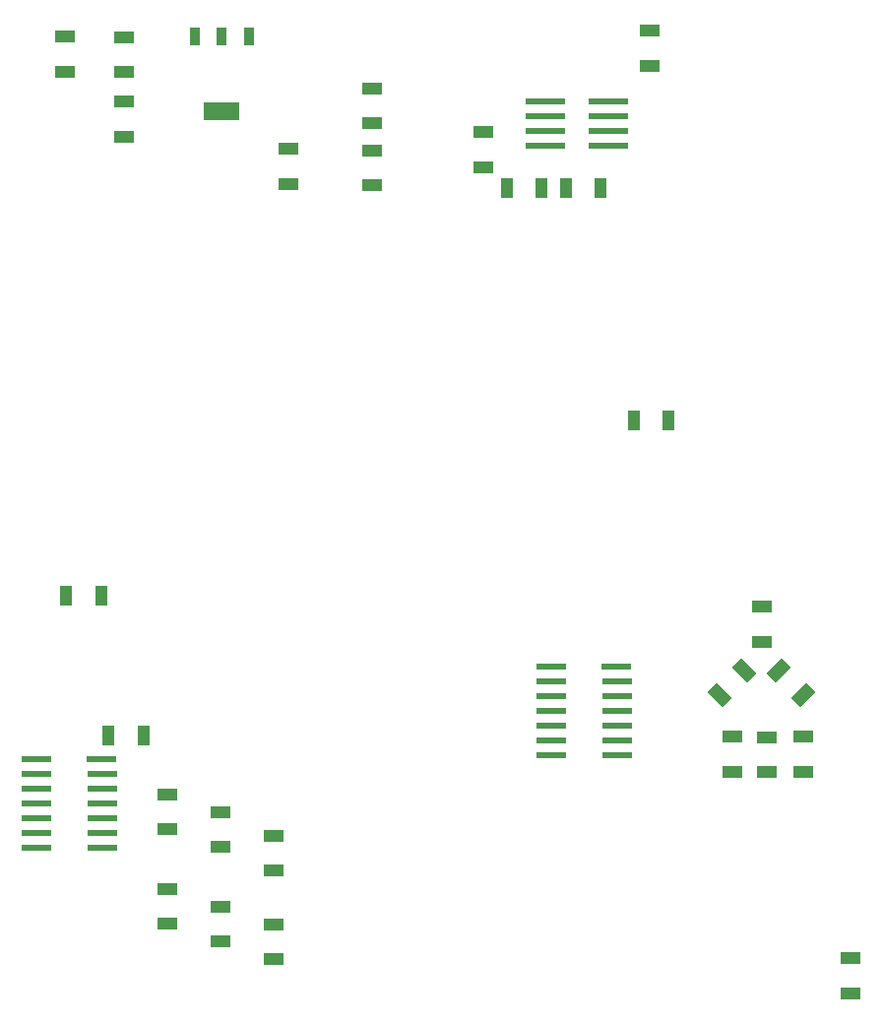
<source format=gtp>
G04*
G04 #@! TF.GenerationSoftware,Altium Limited,Altium Designer,21.1.1 (26)*
G04*
G04 Layer_Color=8421504*
%FSLAX25Y25*%
%MOIN*%
G70*
G04*
G04 #@! TF.SameCoordinates,FBF54A61-61D9-4F17-B791-177234694A3B*
G04*
G04*
G04 #@! TF.FilePolarity,Positive*
G04*
G01*
G75*
%ADD19R,0.13386X0.02362*%
%ADD20R,0.07100X0.04400*%
%ADD21R,0.04400X0.07100*%
%ADD22R,0.10433X0.02362*%
G04:AMPARAMS|DCode=23|XSize=44mil|YSize=71mil|CornerRadius=0mil|HoleSize=0mil|Usage=FLASHONLY|Rotation=45.000|XOffset=0mil|YOffset=0mil|HoleType=Round|Shape=Rectangle|*
%AMROTATEDRECTD23*
4,1,4,0.00955,-0.04066,-0.04066,0.00955,-0.00955,0.04066,0.04066,-0.00955,0.00955,-0.04066,0.0*
%
%ADD23ROTATEDRECTD23*%

G04:AMPARAMS|DCode=24|XSize=44mil|YSize=71mil|CornerRadius=0mil|HoleSize=0mil|Usage=FLASHONLY|Rotation=135.000|XOffset=0mil|YOffset=0mil|HoleType=Round|Shape=Rectangle|*
%AMROTATEDRECTD24*
4,1,4,0.04066,0.00955,-0.00955,-0.04066,-0.04066,-0.00955,0.00955,0.04066,0.04066,0.00955,0.0*
%
%ADD24ROTATEDRECTD24*%

%ADD25R,0.12200X0.06300*%
%ADD26R,0.03300X0.06300*%
D19*
X260000Y293000D02*
D03*
Y298000D02*
D03*
Y303000D02*
D03*
Y308000D02*
D03*
X238740D02*
D03*
Y303000D02*
D03*
Y298000D02*
D03*
Y293000D02*
D03*
D20*
X110600Y73328D02*
D03*
Y61528D02*
D03*
X180000Y312400D02*
D03*
Y300600D02*
D03*
X342000Y6100D02*
D03*
Y17900D02*
D03*
X146600Y17528D02*
D03*
Y29328D02*
D03*
X128600Y23528D02*
D03*
Y35328D02*
D03*
X110600Y29528D02*
D03*
Y41328D02*
D03*
X325800Y92900D02*
D03*
Y81100D02*
D03*
X313600Y92700D02*
D03*
Y80900D02*
D03*
X301800Y92900D02*
D03*
Y81100D02*
D03*
X311800Y125100D02*
D03*
Y136900D02*
D03*
X217500Y285700D02*
D03*
Y297500D02*
D03*
X274000Y331900D02*
D03*
Y320100D02*
D03*
X180000Y291300D02*
D03*
Y279500D02*
D03*
X151500Y280100D02*
D03*
Y291900D02*
D03*
X96000Y307900D02*
D03*
Y296100D02*
D03*
X146600Y47528D02*
D03*
Y59328D02*
D03*
X128600Y55528D02*
D03*
Y67328D02*
D03*
X96000Y318000D02*
D03*
Y329800D02*
D03*
X76000Y318100D02*
D03*
Y329900D02*
D03*
D21*
X88200Y140600D02*
D03*
X76400D02*
D03*
X280400Y200000D02*
D03*
X268600D02*
D03*
X257400Y278500D02*
D03*
X245600D02*
D03*
X225500D02*
D03*
X237300D02*
D03*
X90700Y93428D02*
D03*
X102500D02*
D03*
D22*
X66269Y85428D02*
D03*
Y80428D02*
D03*
Y75428D02*
D03*
Y70428D02*
D03*
Y65428D02*
D03*
Y60428D02*
D03*
Y55428D02*
D03*
X88600D02*
D03*
Y60428D02*
D03*
Y65428D02*
D03*
Y70428D02*
D03*
Y75428D02*
D03*
Y80428D02*
D03*
X88435Y85428D02*
D03*
X262700Y116800D02*
D03*
X262865Y111800D02*
D03*
Y106800D02*
D03*
Y101800D02*
D03*
Y96800D02*
D03*
Y91800D02*
D03*
Y86800D02*
D03*
X240535D02*
D03*
Y91800D02*
D03*
Y96800D02*
D03*
Y101800D02*
D03*
Y106800D02*
D03*
Y111800D02*
D03*
Y116800D02*
D03*
D23*
X305972Y115172D02*
D03*
X297628Y106828D02*
D03*
D24*
X317628Y115172D02*
D03*
X325972Y106828D02*
D03*
D25*
X129100Y304800D02*
D03*
D26*
X138200Y330000D02*
D03*
X129100D02*
D03*
X120000D02*
D03*
M02*

</source>
